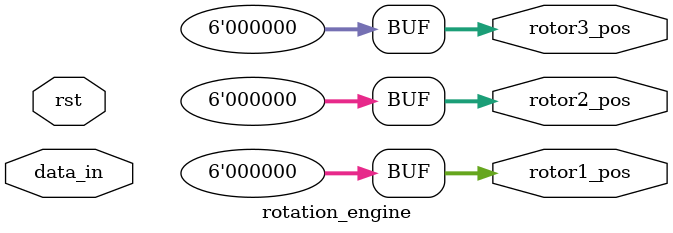
<source format=v>
`timescale 1ns / 1ps
module rotation_engine(
    input rst,
    input [5:0]data_in,
    output reg [5:0] rotor1_pos, 
    output reg [5:0] rotor2_pos, 
    output reg [5:0] rotor3_pos
    );
  
    
    initial 
    begin
    rotor1_pos <= 6'd000000;
    rotor2_pos <= 6'd000000;
    rotor3_pos <= 6'd000000;
    end
    
    always@(rst)begin
    rotor1_pos <= 6'd000000;
    rotor2_pos <= 6'd000000;
    rotor3_pos <= 6'd000000;
    end

/*
always @ (data_in) 
begin
if(rotor1_pos==6'd0)begin
rotor1_pos = rotor1_pos + 6'd1; 
if (rotor1_pos > 6'd26) 
begin 
rotor1_pos = 6'd1;
rotor2_pos = rotor2_pos + 6'd1; 
            if (rotor2_pos > 6'd26) 
            begin 
                rotor2_pos = 6'd1;
                rotor3_pos = rotor3_pos + 6'd1; 
                if (rotor3_pos > 6'd26) 
                begin 
                    rotor3_pos= 6'd1;
                end
            end
        end
        
end
end
*/

always@(data_in)begin
if(rotor2_pos==6'd0&&rotor3_pos==6'd0)begin
rotor1_pos=rotor1_pos+6'd1;
if(rotor1_pos>6'd26)begin
rotor1_pos=6'd0;
rotor2_pos=rotor2_pos+6'd1;
end
end
else
if(rotor1_pos>=6'd0&&rotor2_pos>=6'd0)begin
rotor1_pos=rotor1_pos+6'd1;
  if(rotor1_pos>6'd26)begin
  rotor1_pos=6'd0;
  rotor2_pos=rotor2_pos+6'd1;
  if(rotor2_pos>6'd26)begin
  rotor2_pos=6'd0;
  rotor3_pos=rotor3_pos+6'd1;
    if(rotor3_pos>6'd26)begin
    rotor1_pos=6'd0;
    rotor2_pos=6'd0;
    rotor3_pos=6'd0;
    end
  end
  end
end




end

endmodule


</source>
